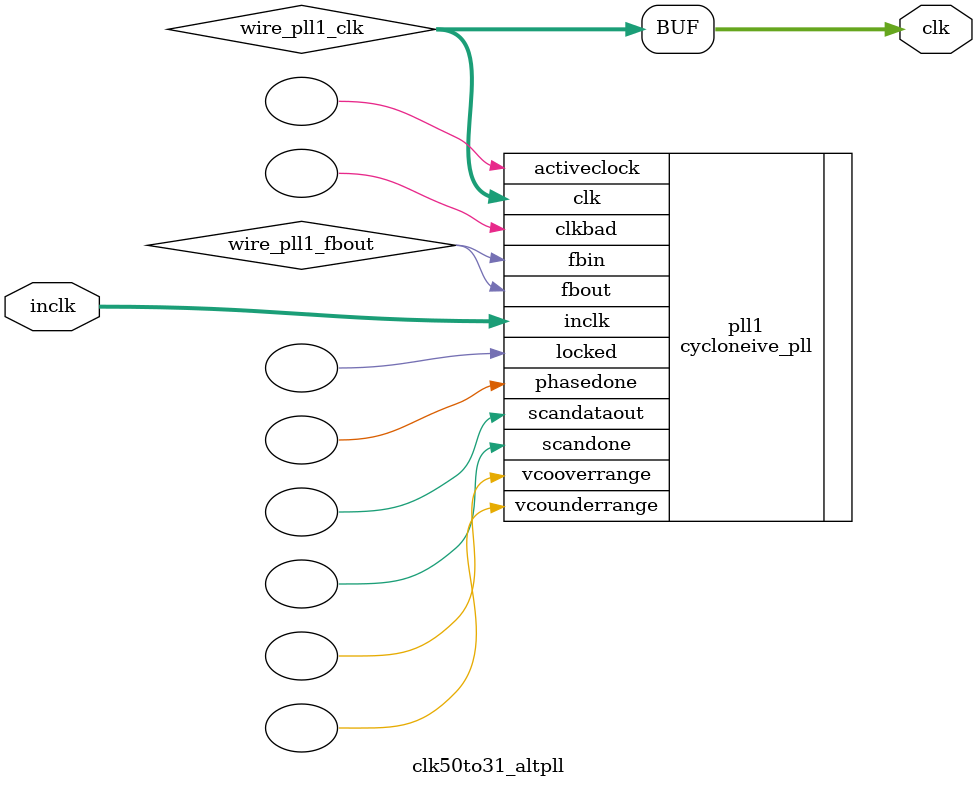
<source format=v>






//synthesis_resources = cycloneive_pll 1 
//synopsys translate_off
`timescale 1 ps / 1 ps
//synopsys translate_on
module  clk50to31_altpll
	( 
	clk,
	inclk) /* synthesis synthesis_clearbox=1 */;
	output   [4:0]  clk;
	input   [1:0]  inclk;
`ifndef ALTERA_RESERVED_QIS
// synopsys translate_off
`endif
	tri0   [1:0]  inclk;
`ifndef ALTERA_RESERVED_QIS
// synopsys translate_on
`endif

	wire  [4:0]   wire_pll1_clk;
	wire  wire_pll1_fbout;

	cycloneive_pll   pll1
	( 
	.activeclock(),
	.clk(wire_pll1_clk),
	.clkbad(),
	.fbin(wire_pll1_fbout),
	.fbout(wire_pll1_fbout),
	.inclk(inclk),
	.locked(),
	.phasedone(),
	.scandataout(),
	.scandone(),
	.vcooverrange(),
	.vcounderrange()
	`ifndef FORMAL_VERIFICATION
	// synopsys translate_off
	`endif
	,
	.areset(1'b0),
	.clkswitch(1'b0),
	.configupdate(1'b0),
	.pfdena(1'b1),
	.phasecounterselect({3{1'b0}}),
	.phasestep(1'b0),
	.phaseupdown(1'b0),
	.scanclk(1'b0),
	.scanclkena(1'b1),
	.scandata(1'b0)
	`ifndef FORMAL_VERIFICATION
	// synopsys translate_on
	`endif
	);
	defparam
		pll1.bandwidth_type = "auto",
		pll1.clk0_divide_by = 1,
		pll1.clk0_duty_cycle = 50,
		pll1.clk0_multiply_by = 1,
		pll1.clk0_phase_shift = "0",
		pll1.compensate_clock = "clk0",
		pll1.inclk0_input_frequency = 20000,
		pll1.operation_mode = "normal",
		pll1.pll_type = "auto",
		pll1.lpm_type = "cycloneive_pll";
	assign
		clk = {wire_pll1_clk[4:0]};
endmodule //clk50to31_altpll
//VALID FILE

</source>
